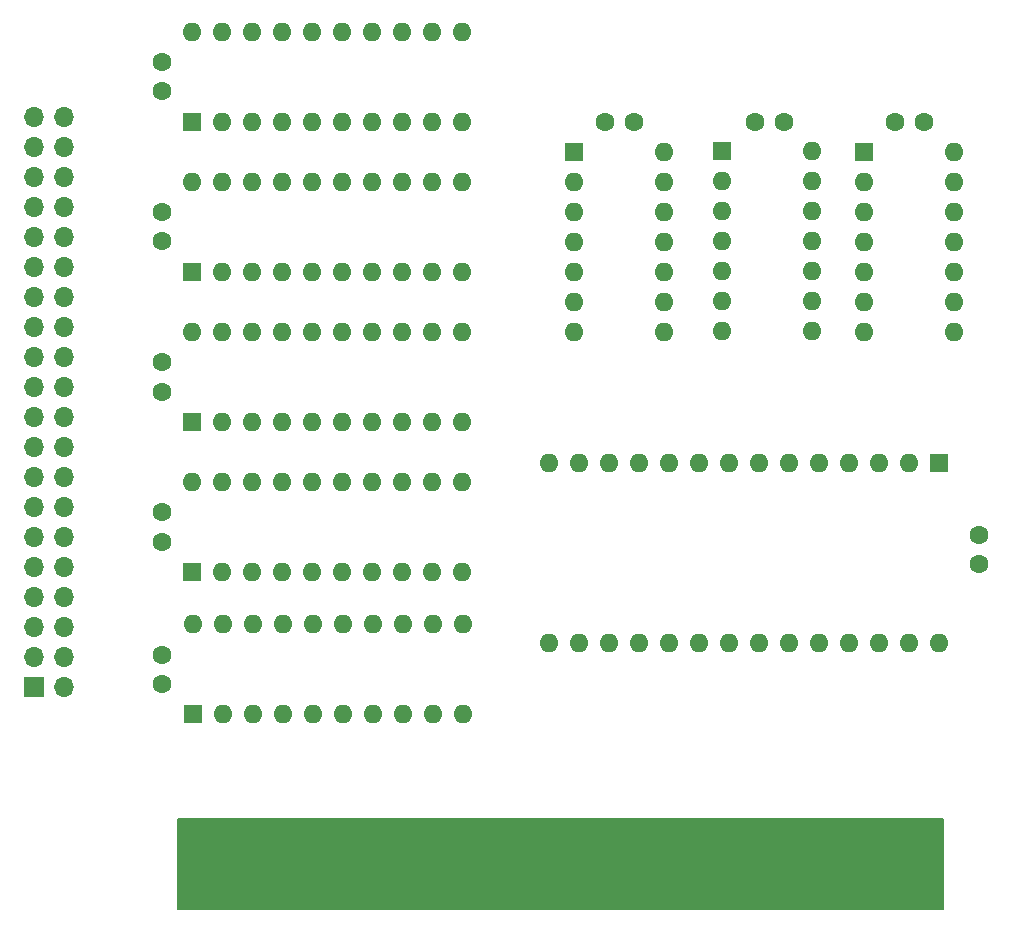
<source format=gbr>
G04 #@! TF.GenerationSoftware,KiCad,Pcbnew,(5.1.10-1-10_14)*
G04 #@! TF.CreationDate,2021-07-20T17:57:18-04:00*
G04 #@! TF.ProjectId,Apple2IORPi,4170706c-6532-4494-9f52-50692e6b6963,0.4*
G04 #@! TF.SameCoordinates,Original*
G04 #@! TF.FileFunction,Soldermask,Top*
G04 #@! TF.FilePolarity,Negative*
%FSLAX46Y46*%
G04 Gerber Fmt 4.6, Leading zero omitted, Abs format (unit mm)*
G04 Created by KiCad (PCBNEW (5.1.10-1-10_14)) date 2021-07-20 17:57:18*
%MOMM*%
%LPD*%
G01*
G04 APERTURE LIST*
%ADD10C,0.150000*%
%ADD11C,1.600000*%
%ADD12O,1.600000X1.600000*%
%ADD13R,1.600000X1.600000*%
%ADD14R,1.700000X1.700000*%
%ADD15O,1.700000X1.700000*%
G04 APERTURE END LIST*
D10*
G36*
X187400001Y-119380000D02*
G01*
X187400001Y-111760000D01*
X122630001Y-111760000D01*
X122630001Y-119380000D01*
X187400001Y-119380000D01*
G37*
X187400001Y-119380000D02*
X187400001Y-111760000D01*
X122630001Y-111760000D01*
X122630001Y-119380000D01*
X187400001Y-119380000D01*
D11*
X190500000Y-90170000D03*
X190500000Y-87670000D03*
D12*
X176326800Y-55168800D03*
X168706800Y-70408800D03*
X176326800Y-57708800D03*
X168706800Y-67868800D03*
X176326800Y-60248800D03*
X168706800Y-65328800D03*
X176326800Y-62788800D03*
X168706800Y-62788800D03*
X176326800Y-65328800D03*
X168706800Y-60248800D03*
X176326800Y-67868800D03*
X168706800Y-57708800D03*
X176326800Y-70408800D03*
D13*
X168706800Y-55168800D03*
X180771800Y-55245000D03*
D12*
X188391800Y-70485000D03*
X180771800Y-57785000D03*
X188391800Y-67945000D03*
X180771800Y-60325000D03*
X188391800Y-65405000D03*
X180771800Y-62865000D03*
X188391800Y-62865000D03*
X180771800Y-65405000D03*
X188391800Y-60325000D03*
X180771800Y-67945000D03*
X188391800Y-57785000D03*
X180771800Y-70485000D03*
X188391800Y-55245000D03*
X163830000Y-55245000D03*
X156210000Y-70485000D03*
X163830000Y-57785000D03*
X156210000Y-67945000D03*
X163830000Y-60325000D03*
X156210000Y-65405000D03*
X163830000Y-62865000D03*
X156210000Y-62865000D03*
X163830000Y-65405000D03*
X156210000Y-60325000D03*
X163830000Y-67945000D03*
X156210000Y-57785000D03*
X163830000Y-70485000D03*
D13*
X156210000Y-55245000D03*
D11*
X121285000Y-85765000D03*
X121285000Y-88265000D03*
X121285000Y-100330000D03*
X121285000Y-97830000D03*
X121285000Y-75565000D03*
X121285000Y-73065000D03*
X158790000Y-52705000D03*
X161290000Y-52705000D03*
X173990000Y-52705000D03*
X171490000Y-52705000D03*
X185851800Y-52705000D03*
X183351800Y-52705000D03*
D13*
X123825000Y-65405000D03*
D12*
X146685000Y-57785000D03*
X126365000Y-65405000D03*
X144145000Y-57785000D03*
X128905000Y-65405000D03*
X141605000Y-57785000D03*
X131445000Y-65405000D03*
X139065000Y-57785000D03*
X133985000Y-65405000D03*
X136525000Y-57785000D03*
X136525000Y-65405000D03*
X133985000Y-57785000D03*
X139065000Y-65405000D03*
X131445000Y-57785000D03*
X141605000Y-65405000D03*
X128905000Y-57785000D03*
X144145000Y-65405000D03*
X126365000Y-57785000D03*
X146685000Y-65405000D03*
X123825000Y-57785000D03*
D11*
X121285000Y-60325000D03*
X121285000Y-62825000D03*
D13*
X123825000Y-78105000D03*
D12*
X146685000Y-70485000D03*
X126365000Y-78105000D03*
X144145000Y-70485000D03*
X128905000Y-78105000D03*
X141605000Y-70485000D03*
X131445000Y-78105000D03*
X139065000Y-70485000D03*
X133985000Y-78105000D03*
X136525000Y-70485000D03*
X136525000Y-78105000D03*
X133985000Y-70485000D03*
X139065000Y-78105000D03*
X131445000Y-70485000D03*
X141605000Y-78105000D03*
X128905000Y-70485000D03*
X144145000Y-78105000D03*
X126365000Y-70485000D03*
X146685000Y-78105000D03*
X123825000Y-70485000D03*
D14*
X110490000Y-100584000D03*
D15*
X113030000Y-100584000D03*
X110490000Y-98044000D03*
X113030000Y-98044000D03*
X110490000Y-95504000D03*
X113030000Y-95504000D03*
X110490000Y-92964000D03*
X113030000Y-92964000D03*
X110490000Y-90424000D03*
X113030000Y-90424000D03*
X110490000Y-87884000D03*
X113030000Y-87884000D03*
X110490000Y-85344000D03*
X113030000Y-85344000D03*
X110490000Y-82804000D03*
X113030000Y-82804000D03*
X110490000Y-80264000D03*
X113030000Y-80264000D03*
X110490000Y-77724000D03*
X113030000Y-77724000D03*
X110490000Y-75184000D03*
X113030000Y-75184000D03*
X110490000Y-72644000D03*
X113030000Y-72644000D03*
X110490000Y-70104000D03*
X113030000Y-70104000D03*
X110490000Y-67564000D03*
X113030000Y-67564000D03*
X110490000Y-65024000D03*
X113030000Y-65024000D03*
X110490000Y-62484000D03*
X113030000Y-62484000D03*
X110490000Y-59944000D03*
X113030000Y-59944000D03*
X110490000Y-57404000D03*
X113030000Y-57404000D03*
X110490000Y-54864000D03*
X113030000Y-54864000D03*
X110490000Y-52324000D03*
X113030000Y-52324000D03*
D12*
X123825000Y-45085000D03*
X146685000Y-52705000D03*
X126365000Y-45085000D03*
X144145000Y-52705000D03*
X128905000Y-45085000D03*
X141605000Y-52705000D03*
X131445000Y-45085000D03*
X139065000Y-52705000D03*
X133985000Y-45085000D03*
X136525000Y-52705000D03*
X136525000Y-45085000D03*
X133985000Y-52705000D03*
X139065000Y-45085000D03*
X131445000Y-52705000D03*
X141605000Y-45085000D03*
X128905000Y-52705000D03*
X144145000Y-45085000D03*
X126365000Y-52705000D03*
X146685000Y-45085000D03*
D13*
X123825000Y-52705000D03*
X187101925Y-81586962D03*
D12*
X154081925Y-96826962D03*
X184561925Y-81586962D03*
X156621925Y-96826962D03*
X182021925Y-81586962D03*
X159161925Y-96826962D03*
X179481925Y-81586962D03*
X161701925Y-96826962D03*
X176941925Y-81586962D03*
X164241925Y-96826962D03*
X174401925Y-81586962D03*
X166781925Y-96826962D03*
X171861925Y-81586962D03*
X169321925Y-96826962D03*
X169321925Y-81586962D03*
X171861925Y-96826962D03*
X166781925Y-81586962D03*
X174401925Y-96826962D03*
X164241925Y-81586962D03*
X176941925Y-96826962D03*
X161701925Y-81586962D03*
X179481925Y-96826962D03*
X159161925Y-81586962D03*
X182021925Y-96826962D03*
X156621925Y-81586962D03*
X184561925Y-96826962D03*
X154081925Y-81586962D03*
X187101925Y-96826962D03*
G36*
G01*
X184860001Y-119062500D02*
X184860001Y-112077500D01*
G75*
G02*
X185177501Y-111760000I317500J0D01*
G01*
X185812501Y-111760000D01*
G75*
G02*
X186130001Y-112077500I0J-317500D01*
G01*
X186130001Y-119062500D01*
G75*
G02*
X185812501Y-119380000I-317500J0D01*
G01*
X185177501Y-119380000D01*
G75*
G02*
X184860001Y-119062500I0J317500D01*
G01*
G37*
G36*
G01*
X182320001Y-119062500D02*
X182320001Y-112077500D01*
G75*
G02*
X182637501Y-111760000I317500J0D01*
G01*
X183272501Y-111760000D01*
G75*
G02*
X183590001Y-112077500I0J-317500D01*
G01*
X183590001Y-119062500D01*
G75*
G02*
X183272501Y-119380000I-317500J0D01*
G01*
X182637501Y-119380000D01*
G75*
G02*
X182320001Y-119062500I0J317500D01*
G01*
G37*
G36*
G01*
X179780001Y-119062500D02*
X179780001Y-112077500D01*
G75*
G02*
X180097501Y-111760000I317500J0D01*
G01*
X180732501Y-111760000D01*
G75*
G02*
X181050001Y-112077500I0J-317500D01*
G01*
X181050001Y-119062500D01*
G75*
G02*
X180732501Y-119380000I-317500J0D01*
G01*
X180097501Y-119380000D01*
G75*
G02*
X179780001Y-119062500I0J317500D01*
G01*
G37*
G36*
G01*
X177240001Y-119062500D02*
X177240001Y-112077500D01*
G75*
G02*
X177557501Y-111760000I317500J0D01*
G01*
X178192501Y-111760000D01*
G75*
G02*
X178510001Y-112077500I0J-317500D01*
G01*
X178510001Y-119062500D01*
G75*
G02*
X178192501Y-119380000I-317500J0D01*
G01*
X177557501Y-119380000D01*
G75*
G02*
X177240001Y-119062500I0J317500D01*
G01*
G37*
G36*
G01*
X174700001Y-119062500D02*
X174700001Y-112077500D01*
G75*
G02*
X175017501Y-111760000I317500J0D01*
G01*
X175652501Y-111760000D01*
G75*
G02*
X175970001Y-112077500I0J-317500D01*
G01*
X175970001Y-119062500D01*
G75*
G02*
X175652501Y-119380000I-317500J0D01*
G01*
X175017501Y-119380000D01*
G75*
G02*
X174700001Y-119062500I0J317500D01*
G01*
G37*
G36*
G01*
X172160001Y-119062500D02*
X172160001Y-112077500D01*
G75*
G02*
X172477501Y-111760000I317500J0D01*
G01*
X173112501Y-111760000D01*
G75*
G02*
X173430001Y-112077500I0J-317500D01*
G01*
X173430001Y-119062500D01*
G75*
G02*
X173112501Y-119380000I-317500J0D01*
G01*
X172477501Y-119380000D01*
G75*
G02*
X172160001Y-119062500I0J317500D01*
G01*
G37*
G36*
G01*
X169620001Y-119062500D02*
X169620001Y-112077500D01*
G75*
G02*
X169937501Y-111760000I317500J0D01*
G01*
X170572501Y-111760000D01*
G75*
G02*
X170890001Y-112077500I0J-317500D01*
G01*
X170890001Y-119062500D01*
G75*
G02*
X170572501Y-119380000I-317500J0D01*
G01*
X169937501Y-119380000D01*
G75*
G02*
X169620001Y-119062500I0J317500D01*
G01*
G37*
G36*
G01*
X167080001Y-119062500D02*
X167080001Y-112077500D01*
G75*
G02*
X167397501Y-111760000I317500J0D01*
G01*
X168032501Y-111760000D01*
G75*
G02*
X168350001Y-112077500I0J-317500D01*
G01*
X168350001Y-119062500D01*
G75*
G02*
X168032501Y-119380000I-317500J0D01*
G01*
X167397501Y-119380000D01*
G75*
G02*
X167080001Y-119062500I0J317500D01*
G01*
G37*
G36*
G01*
X164540001Y-119062500D02*
X164540001Y-112077500D01*
G75*
G02*
X164857501Y-111760000I317500J0D01*
G01*
X165492501Y-111760000D01*
G75*
G02*
X165810001Y-112077500I0J-317500D01*
G01*
X165810001Y-119062500D01*
G75*
G02*
X165492501Y-119380000I-317500J0D01*
G01*
X164857501Y-119380000D01*
G75*
G02*
X164540001Y-119062500I0J317500D01*
G01*
G37*
G36*
G01*
X162000001Y-119062500D02*
X162000001Y-112077500D01*
G75*
G02*
X162317501Y-111760000I317500J0D01*
G01*
X162952501Y-111760000D01*
G75*
G02*
X163270001Y-112077500I0J-317500D01*
G01*
X163270001Y-119062500D01*
G75*
G02*
X162952501Y-119380000I-317500J0D01*
G01*
X162317501Y-119380000D01*
G75*
G02*
X162000001Y-119062500I0J317500D01*
G01*
G37*
G36*
G01*
X159460001Y-119062500D02*
X159460001Y-112077500D01*
G75*
G02*
X159777501Y-111760000I317500J0D01*
G01*
X160412501Y-111760000D01*
G75*
G02*
X160730001Y-112077500I0J-317500D01*
G01*
X160730001Y-119062500D01*
G75*
G02*
X160412501Y-119380000I-317500J0D01*
G01*
X159777501Y-119380000D01*
G75*
G02*
X159460001Y-119062500I0J317500D01*
G01*
G37*
G36*
G01*
X156920001Y-119062500D02*
X156920001Y-112077500D01*
G75*
G02*
X157237501Y-111760000I317500J0D01*
G01*
X157872501Y-111760000D01*
G75*
G02*
X158190001Y-112077500I0J-317500D01*
G01*
X158190001Y-119062500D01*
G75*
G02*
X157872501Y-119380000I-317500J0D01*
G01*
X157237501Y-119380000D01*
G75*
G02*
X156920001Y-119062500I0J317500D01*
G01*
G37*
G36*
G01*
X154380001Y-119062500D02*
X154380001Y-112077500D01*
G75*
G02*
X154697501Y-111760000I317500J0D01*
G01*
X155332501Y-111760000D01*
G75*
G02*
X155650001Y-112077500I0J-317500D01*
G01*
X155650001Y-119062500D01*
G75*
G02*
X155332501Y-119380000I-317500J0D01*
G01*
X154697501Y-119380000D01*
G75*
G02*
X154380001Y-119062500I0J317500D01*
G01*
G37*
G36*
G01*
X151840001Y-119062500D02*
X151840001Y-112077500D01*
G75*
G02*
X152157501Y-111760000I317500J0D01*
G01*
X152792501Y-111760000D01*
G75*
G02*
X153110001Y-112077500I0J-317500D01*
G01*
X153110001Y-119062500D01*
G75*
G02*
X152792501Y-119380000I-317500J0D01*
G01*
X152157501Y-119380000D01*
G75*
G02*
X151840001Y-119062500I0J317500D01*
G01*
G37*
G36*
G01*
X149300001Y-119062500D02*
X149300001Y-112077500D01*
G75*
G02*
X149617501Y-111760000I317500J0D01*
G01*
X150252501Y-111760000D01*
G75*
G02*
X150570001Y-112077500I0J-317500D01*
G01*
X150570001Y-119062500D01*
G75*
G02*
X150252501Y-119380000I-317500J0D01*
G01*
X149617501Y-119380000D01*
G75*
G02*
X149300001Y-119062500I0J317500D01*
G01*
G37*
G36*
G01*
X146760001Y-119062500D02*
X146760001Y-112077500D01*
G75*
G02*
X147077501Y-111760000I317500J0D01*
G01*
X147712501Y-111760000D01*
G75*
G02*
X148030001Y-112077500I0J-317500D01*
G01*
X148030001Y-119062500D01*
G75*
G02*
X147712501Y-119380000I-317500J0D01*
G01*
X147077501Y-119380000D01*
G75*
G02*
X146760001Y-119062500I0J317500D01*
G01*
G37*
G36*
G01*
X144220001Y-119062500D02*
X144220001Y-112077500D01*
G75*
G02*
X144537501Y-111760000I317500J0D01*
G01*
X145172501Y-111760000D01*
G75*
G02*
X145490001Y-112077500I0J-317500D01*
G01*
X145490001Y-119062500D01*
G75*
G02*
X145172501Y-119380000I-317500J0D01*
G01*
X144537501Y-119380000D01*
G75*
G02*
X144220001Y-119062500I0J317500D01*
G01*
G37*
G36*
G01*
X141680001Y-119062500D02*
X141680001Y-112077500D01*
G75*
G02*
X141997501Y-111760000I317500J0D01*
G01*
X142632501Y-111760000D01*
G75*
G02*
X142950001Y-112077500I0J-317500D01*
G01*
X142950001Y-119062500D01*
G75*
G02*
X142632501Y-119380000I-317500J0D01*
G01*
X141997501Y-119380000D01*
G75*
G02*
X141680001Y-119062500I0J317500D01*
G01*
G37*
G36*
G01*
X139140001Y-119062500D02*
X139140001Y-112077500D01*
G75*
G02*
X139457501Y-111760000I317500J0D01*
G01*
X140092501Y-111760000D01*
G75*
G02*
X140410001Y-112077500I0J-317500D01*
G01*
X140410001Y-119062500D01*
G75*
G02*
X140092501Y-119380000I-317500J0D01*
G01*
X139457501Y-119380000D01*
G75*
G02*
X139140001Y-119062500I0J317500D01*
G01*
G37*
G36*
G01*
X136600001Y-119062500D02*
X136600001Y-112077500D01*
G75*
G02*
X136917501Y-111760000I317500J0D01*
G01*
X137552501Y-111760000D01*
G75*
G02*
X137870001Y-112077500I0J-317500D01*
G01*
X137870001Y-119062500D01*
G75*
G02*
X137552501Y-119380000I-317500J0D01*
G01*
X136917501Y-119380000D01*
G75*
G02*
X136600001Y-119062500I0J317500D01*
G01*
G37*
G36*
G01*
X134060001Y-119062500D02*
X134060001Y-112077500D01*
G75*
G02*
X134377501Y-111760000I317500J0D01*
G01*
X135012501Y-111760000D01*
G75*
G02*
X135330001Y-112077500I0J-317500D01*
G01*
X135330001Y-119062500D01*
G75*
G02*
X135012501Y-119380000I-317500J0D01*
G01*
X134377501Y-119380000D01*
G75*
G02*
X134060001Y-119062500I0J317500D01*
G01*
G37*
G36*
G01*
X131520001Y-119062500D02*
X131520001Y-112077500D01*
G75*
G02*
X131837501Y-111760000I317500J0D01*
G01*
X132472501Y-111760000D01*
G75*
G02*
X132790001Y-112077500I0J-317500D01*
G01*
X132790001Y-119062500D01*
G75*
G02*
X132472501Y-119380000I-317500J0D01*
G01*
X131837501Y-119380000D01*
G75*
G02*
X131520001Y-119062500I0J317500D01*
G01*
G37*
G36*
G01*
X128980001Y-119062500D02*
X128980001Y-112077500D01*
G75*
G02*
X129297501Y-111760000I317500J0D01*
G01*
X129932501Y-111760000D01*
G75*
G02*
X130250001Y-112077500I0J-317500D01*
G01*
X130250001Y-119062500D01*
G75*
G02*
X129932501Y-119380000I-317500J0D01*
G01*
X129297501Y-119380000D01*
G75*
G02*
X128980001Y-119062500I0J317500D01*
G01*
G37*
G36*
G01*
X126440001Y-119062500D02*
X126440001Y-112077500D01*
G75*
G02*
X126757501Y-111760000I317500J0D01*
G01*
X127392501Y-111760000D01*
G75*
G02*
X127710001Y-112077500I0J-317500D01*
G01*
X127710001Y-119062500D01*
G75*
G02*
X127392501Y-119380000I-317500J0D01*
G01*
X126757501Y-119380000D01*
G75*
G02*
X126440001Y-119062500I0J317500D01*
G01*
G37*
G36*
G01*
X123900001Y-119062500D02*
X123900001Y-112077500D01*
G75*
G02*
X124217501Y-111760000I317500J0D01*
G01*
X124852501Y-111760000D01*
G75*
G02*
X125170001Y-112077500I0J-317500D01*
G01*
X125170001Y-119062500D01*
G75*
G02*
X124852501Y-119380000I-317500J0D01*
G01*
X124217501Y-119380000D01*
G75*
G02*
X123900001Y-119062500I0J317500D01*
G01*
G37*
D13*
X123952000Y-102870000D03*
D12*
X146812000Y-95250000D03*
X126492000Y-102870000D03*
X144272000Y-95250000D03*
X129032000Y-102870000D03*
X141732000Y-95250000D03*
X131572000Y-102870000D03*
X139192000Y-95250000D03*
X134112000Y-102870000D03*
X136652000Y-95250000D03*
X136652000Y-102870000D03*
X134112000Y-95250000D03*
X139192000Y-102870000D03*
X131572000Y-95250000D03*
X141732000Y-102870000D03*
X129032000Y-95250000D03*
X144272000Y-102870000D03*
X126492000Y-95250000D03*
X146812000Y-102870000D03*
X123952000Y-95250000D03*
X123825000Y-83185000D03*
X146685000Y-90805000D03*
X126365000Y-83185000D03*
X144145000Y-90805000D03*
X128905000Y-83185000D03*
X141605000Y-90805000D03*
X131445000Y-83185000D03*
X139065000Y-90805000D03*
X133985000Y-83185000D03*
X136525000Y-90805000D03*
X136525000Y-83185000D03*
X133985000Y-90805000D03*
X139065000Y-83185000D03*
X131445000Y-90805000D03*
X141605000Y-83185000D03*
X128905000Y-90805000D03*
X144145000Y-83185000D03*
X126365000Y-90805000D03*
X146685000Y-83185000D03*
D13*
X123825000Y-90805000D03*
D11*
X121285000Y-50125000D03*
X121285000Y-47625000D03*
M02*

</source>
